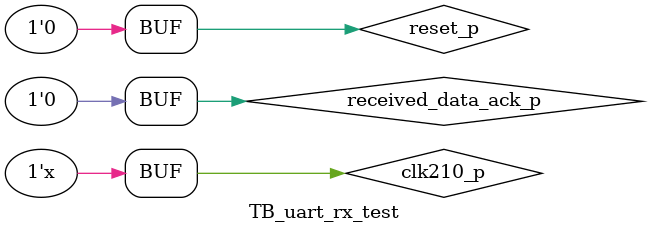
<source format=v>
`timescale 1ns / 1ps


module TB_uart_rx_test(
    );
	
	// common variables
	reg					clk210_p				= 1'b0;
	reg					reset_p					= 1'b0;
	
	// UART TX MODEL
	wire				tx_p;
	reg			[7:0]	transmit_data_p			= 8'd0;
	wire 				transmit_done_p;
	reg					transmit_req_p			= 1'b0;

	// BAUD GEN
	wire				baud_1_x_p;
	wire 				baud_16_x_p;
	
	// UART RX
	wire				rx_p;
	wire				received_data_read_req_p;
	wire		[7:0]	fifo_rx_dout_p;
	wire		[4:0]	fifo_rx_data_count_p;
	wire				fifo_rx_empty_p;
	
	reg					fifo_rx_rd_en_p			= 1'b0;
	reg					received_data_ack_p		= 1'b0;
	
	// Testbench 
	reg			[7:0]	uart_rx_testing_state_s	= 8'd0;
	reg			[7:0]	uart_tx_model_tx_cnt_s	= 8'd0;
	
	
	// Parameters
	parameter	[7:0]	IDLE_c					= 8'd0;
	parameter	[7:0]	TRANSMIT_DATA_c			= 8'd1;
	parameter	[7:0]	WAIT_FOR_TX_DONE_c		= 8'd2;
	parameter	[7:0]	READ_OUT_RX_FIFO_c		= 8'd3;
	
	parameter	[7:0]	TX_MAX_COUNT_c			= 8'd5;
	
	// Module declarations
	TB_uart_transmitter	transmitter_model_inst(
	.clk210_p					(clk210_p),
	.reset_p					(reset_p),
	.baud_1_x_p					(baud_1_x_p),
	.tx_p						(tx_p),
	.transmit_data_p			(transmit_data_p),
	.transmit_done_p			(transmit_done_p),
	.transmit_req_p				(transmit_req_p)
	);
	
	baud_generator	baud_inst(
	.clk210_p					(clk210_p),
	.reset_p					(reset_p),
	.baud_16_x_p				(baud_16_x_p),
	.baud_1_x_p					(baud_1_x_p)
	);
	
	uart_rx	rx_inst(
	.clk210_p					(clk210_p),
	.reset_p					(reset_p),
	.rx_p						(rx_p),
	.baud_16_x_p				(baud_16_x_p),
	.received_data_read_req_p	(received_data_read_req_p),
	.received_data_ack_p		(received_data_ack_p),
	.fifo_rx_dout_p				(fifo_rx_dout_p),
	.fifo_rx_rd_en_p			(fifo_rx_rd_en_p),
	.fifo_rx_data_count_p		(fifo_rx_data_count_p),
	.fifo_rx_empty_p			(fifo_rx_empty_p)
	);
	
	assign	rx_p		= tx_p;
	
	always # 2.3809523 clk210_p <= ~clk210_p;
	
	initial
		begin
			reset_p			<= 1'b1;
			#1000
			reset_p			<= 1'b0;
		end
	
	
	always @(posedge clk210_p)
	begin
		if (reset_p)
			begin
				uart_rx_testing_state_s				<= IDLE_c;
				transmit_req_p						<= 1'b0;
				uart_tx_model_tx_cnt_s				<= 1'b0;
				fifo_rx_rd_en_p						<= 1'b0;
			end
		else
			case(uart_rx_testing_state_s)
			IDLE_c:
				begin
					if(uart_tx_model_tx_cnt_s == TX_MAX_COUNT_c)
						begin
							uart_rx_testing_state_s	<= READ_OUT_RX_FIFO_c;
							fifo_rx_rd_en_p			<= 1'b1;
							uart_tx_model_tx_cnt_s	<= 0;
						end
					else	
						begin
							uart_rx_testing_state_s	<= TRANSMIT_DATA_c;
							uart_tx_model_tx_cnt_s	<= uart_tx_model_tx_cnt_s + 1;
							transmit_data_p			<= 8'hA0 + uart_tx_model_tx_cnt_s;
						end
				end
				
			TRANSMIT_DATA_c:
				begin
					transmit_req_p					<= 1'b1;
					uart_rx_testing_state_s			<= WAIT_FOR_TX_DONE_c;
				end
			
			WAIT_FOR_TX_DONE_c:
				begin
					if(transmit_done_p)
						begin
							uart_rx_testing_state_s	<= IDLE_c;
							transmit_req_p			<= 1'b0;
						end
					else
						uart_rx_testing_state_s		<= WAIT_FOR_TX_DONE_c;
				end
			
			READ_OUT_RX_FIFO_c:
				begin
					if(~fifo_rx_empty_p)
						begin
							fifo_rx_rd_en_p			<= 1'b1;
							uart_rx_testing_state_s	<= READ_OUT_RX_FIFO_c;
						end
					else
						begin
							fifo_rx_rd_en_p			<= 1'b0;
							uart_rx_testing_state_s	<= IDLE_c;
						end
				end
			
			default:
				uart_rx_testing_state_s				<= IDLE_c;			
			endcase
	end	
	
endmodule

</source>
